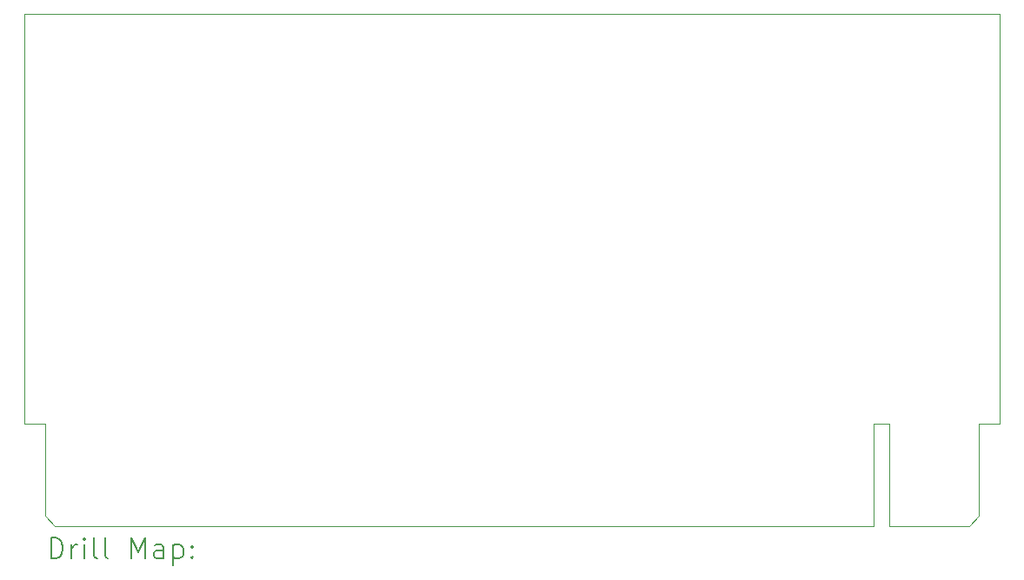
<source format=gbr>
%TF.GenerationSoftware,KiCad,Pcbnew,8.0.5*%
%TF.CreationDate,2024-11-25T10:29:44+11:00*%
%TF.ProjectId,Vic20_FlashCart,56696332-305f-4466-9c61-736843617274,rev?*%
%TF.SameCoordinates,Original*%
%TF.FileFunction,Drillmap*%
%TF.FilePolarity,Positive*%
%FSLAX45Y45*%
G04 Gerber Fmt 4.5, Leading zero omitted, Abs format (unit mm)*
G04 Created by KiCad (PCBNEW 8.0.5) date 2024-11-25 10:29:44*
%MOMM*%
%LPD*%
G01*
G04 APERTURE LIST*
%ADD10C,0.050000*%
%ADD11C,0.200000*%
G04 APERTURE END LIST*
D10*
X18100000Y-11400000D02*
X18297500Y-11400000D01*
X9000000Y-11400000D02*
X8802500Y-11400000D01*
X8802500Y-7405000D02*
X18297500Y-7405000D01*
X17225000Y-12400000D02*
X18000000Y-12400000D01*
X18100000Y-12300000D02*
X18000000Y-12400000D01*
X17075000Y-11400000D02*
X17075000Y-12400000D01*
X8802500Y-7405000D02*
X8802500Y-11400000D01*
X9000000Y-12300000D02*
X9000000Y-11400000D01*
X17225000Y-11400000D02*
X17075000Y-11400000D01*
X17075000Y-12400000D02*
X9100000Y-12400000D01*
X18297500Y-11400000D02*
X18297500Y-7405000D01*
X18100000Y-11400000D02*
X18100000Y-12300000D01*
X9100000Y-12400000D02*
X9000000Y-12300000D01*
X17225000Y-12400000D02*
X17225000Y-11400000D01*
D11*
X9060777Y-12713984D02*
X9060777Y-12513984D01*
X9060777Y-12513984D02*
X9108396Y-12513984D01*
X9108396Y-12513984D02*
X9136967Y-12523508D01*
X9136967Y-12523508D02*
X9156015Y-12542555D01*
X9156015Y-12542555D02*
X9165539Y-12561603D01*
X9165539Y-12561603D02*
X9175063Y-12599698D01*
X9175063Y-12599698D02*
X9175063Y-12628269D01*
X9175063Y-12628269D02*
X9165539Y-12666365D01*
X9165539Y-12666365D02*
X9156015Y-12685412D01*
X9156015Y-12685412D02*
X9136967Y-12704460D01*
X9136967Y-12704460D02*
X9108396Y-12713984D01*
X9108396Y-12713984D02*
X9060777Y-12713984D01*
X9260777Y-12713984D02*
X9260777Y-12580650D01*
X9260777Y-12618746D02*
X9270301Y-12599698D01*
X9270301Y-12599698D02*
X9279824Y-12590174D01*
X9279824Y-12590174D02*
X9298872Y-12580650D01*
X9298872Y-12580650D02*
X9317920Y-12580650D01*
X9384586Y-12713984D02*
X9384586Y-12580650D01*
X9384586Y-12513984D02*
X9375063Y-12523508D01*
X9375063Y-12523508D02*
X9384586Y-12533031D01*
X9384586Y-12533031D02*
X9394110Y-12523508D01*
X9394110Y-12523508D02*
X9384586Y-12513984D01*
X9384586Y-12513984D02*
X9384586Y-12533031D01*
X9508396Y-12713984D02*
X9489348Y-12704460D01*
X9489348Y-12704460D02*
X9479824Y-12685412D01*
X9479824Y-12685412D02*
X9479824Y-12513984D01*
X9613158Y-12713984D02*
X9594110Y-12704460D01*
X9594110Y-12704460D02*
X9584586Y-12685412D01*
X9584586Y-12685412D02*
X9584586Y-12513984D01*
X9841729Y-12713984D02*
X9841729Y-12513984D01*
X9841729Y-12513984D02*
X9908396Y-12656841D01*
X9908396Y-12656841D02*
X9975063Y-12513984D01*
X9975063Y-12513984D02*
X9975063Y-12713984D01*
X10156015Y-12713984D02*
X10156015Y-12609222D01*
X10156015Y-12609222D02*
X10146491Y-12590174D01*
X10146491Y-12590174D02*
X10127444Y-12580650D01*
X10127444Y-12580650D02*
X10089348Y-12580650D01*
X10089348Y-12580650D02*
X10070301Y-12590174D01*
X10156015Y-12704460D02*
X10136967Y-12713984D01*
X10136967Y-12713984D02*
X10089348Y-12713984D01*
X10089348Y-12713984D02*
X10070301Y-12704460D01*
X10070301Y-12704460D02*
X10060777Y-12685412D01*
X10060777Y-12685412D02*
X10060777Y-12666365D01*
X10060777Y-12666365D02*
X10070301Y-12647317D01*
X10070301Y-12647317D02*
X10089348Y-12637793D01*
X10089348Y-12637793D02*
X10136967Y-12637793D01*
X10136967Y-12637793D02*
X10156015Y-12628269D01*
X10251253Y-12580650D02*
X10251253Y-12780650D01*
X10251253Y-12590174D02*
X10270301Y-12580650D01*
X10270301Y-12580650D02*
X10308396Y-12580650D01*
X10308396Y-12580650D02*
X10327444Y-12590174D01*
X10327444Y-12590174D02*
X10336967Y-12599698D01*
X10336967Y-12599698D02*
X10346491Y-12618746D01*
X10346491Y-12618746D02*
X10346491Y-12675888D01*
X10346491Y-12675888D02*
X10336967Y-12694936D01*
X10336967Y-12694936D02*
X10327444Y-12704460D01*
X10327444Y-12704460D02*
X10308396Y-12713984D01*
X10308396Y-12713984D02*
X10270301Y-12713984D01*
X10270301Y-12713984D02*
X10251253Y-12704460D01*
X10432205Y-12694936D02*
X10441729Y-12704460D01*
X10441729Y-12704460D02*
X10432205Y-12713984D01*
X10432205Y-12713984D02*
X10422682Y-12704460D01*
X10422682Y-12704460D02*
X10432205Y-12694936D01*
X10432205Y-12694936D02*
X10432205Y-12713984D01*
X10432205Y-12590174D02*
X10441729Y-12599698D01*
X10441729Y-12599698D02*
X10432205Y-12609222D01*
X10432205Y-12609222D02*
X10422682Y-12599698D01*
X10422682Y-12599698D02*
X10432205Y-12590174D01*
X10432205Y-12590174D02*
X10432205Y-12609222D01*
M02*

</source>
